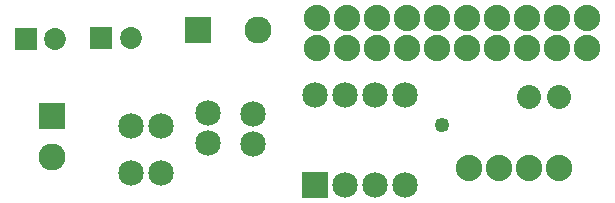
<source format=gts>
G04 MADE WITH FRITZING*
G04 WWW.FRITZING.ORG*
G04 DOUBLE SIDED*
G04 HOLES PLATED*
G04 CONTOUR ON CENTER OF CONTOUR VECTOR*
%ASAXBY*%
%FSLAX23Y23*%
%MOIN*%
%OFA0B0*%
%SFA1.0B1.0*%
%ADD10C,0.090000*%
%ADD11C,0.049370*%
%ADD12C,0.088000*%
%ADD13C,0.085000*%
%ADD14C,0.080000*%
%ADD15C,0.072992*%
%ADD16R,0.090000X0.090000*%
%ADD17R,0.085000X0.085000*%
%ADD18R,0.072992X0.072992*%
%LNMASK1*%
G90*
G70*
G54D10*
X202Y323D03*
X202Y185D03*
X689Y608D03*
X889Y608D03*
G54D11*
X1500Y291D03*
G54D12*
X1985Y648D03*
X1885Y648D03*
X1785Y648D03*
X1685Y648D03*
X1585Y648D03*
X1485Y648D03*
X1385Y648D03*
X1285Y648D03*
X1185Y648D03*
X1085Y648D03*
X1985Y648D03*
X1885Y648D03*
X1785Y648D03*
X1685Y648D03*
X1585Y648D03*
X1485Y648D03*
X1385Y648D03*
X1285Y648D03*
X1185Y648D03*
X1085Y648D03*
X1085Y548D03*
X1185Y548D03*
X1285Y548D03*
X1385Y548D03*
X1485Y548D03*
X1585Y548D03*
X1685Y548D03*
X1785Y548D03*
X1885Y548D03*
X1985Y548D03*
G54D13*
X1079Y90D03*
X1079Y390D03*
X1179Y90D03*
X1179Y390D03*
X1279Y90D03*
X1279Y390D03*
X1379Y90D03*
X1379Y390D03*
G54D14*
X1890Y385D03*
X1790Y385D03*
G54D13*
X870Y229D03*
X870Y329D03*
X722Y232D03*
X722Y332D03*
G54D12*
X1892Y148D03*
X1792Y148D03*
X1692Y148D03*
X1592Y148D03*
G54D15*
X113Y579D03*
X212Y579D03*
G54D13*
X565Y131D03*
X465Y131D03*
X565Y287D03*
X465Y287D03*
G54D15*
X365Y580D03*
X463Y580D03*
G54D16*
X202Y323D03*
X689Y608D03*
G54D17*
X1079Y90D03*
G54D18*
X113Y579D03*
X365Y580D03*
G04 End of Mask1*
M02*
</source>
